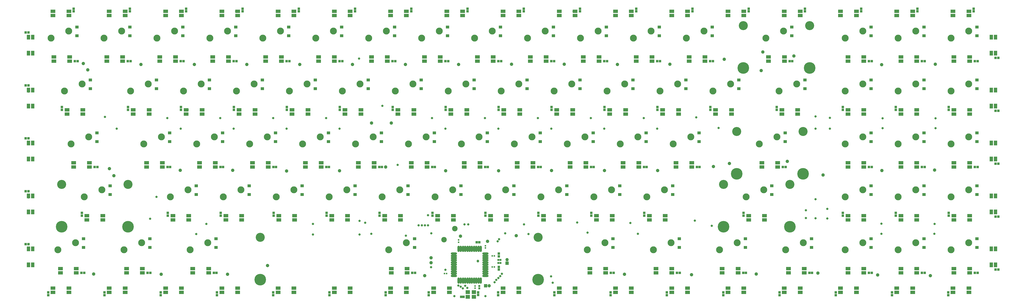
<source format=gbs>
G04*
G04 #@! TF.GenerationSoftware,Altium Limited,Altium Designer,20.1.14 (287)*
G04*
G04 Layer_Color=16711935*
%FSLAX25Y25*%
%MOIN*%
G70*
G04*
G04 #@! TF.SameCoordinates,522F5A3E-BD0F-4A6F-B551-BC927255FFFB*
G04*
G04*
G04 #@! TF.FilePolarity,Negative*
G04*
G01*
G75*
%ADD13C,0.12800*%
%ADD14C,0.16500*%
%ADD15C,0.07800*%
%ADD16C,0.04737*%
%ADD17R,0.04737X0.04737*%
%ADD18R,0.04737X0.04737*%
%ADD19C,0.04800*%
%ADD20C,0.03200*%
%ADD21C,0.03800*%
%ADD39R,0.02047X0.02047*%
%ADD40R,0.02047X0.02047*%
%ADD54R,0.06312X0.05524*%
%ADD55R,0.06706X0.04737*%
%ADD56R,0.03635X0.03792*%
%ADD57R,0.04737X0.06706*%
%ADD58R,0.03792X0.03635*%
%ADD59R,0.04540X0.04343*%
%ADD60O,0.03162X0.08871*%
%ADD61O,0.08871X0.03162*%
%ADD62R,0.02965X0.02965*%
%ADD63R,0.02572X0.02572*%
%ADD64R,0.03477X0.03320*%
%ADD65R,0.03320X0.03477*%
%ADD66C,0.09800*%
D13*
X342378Y88627D02*
D03*
X736128D02*
D03*
X61003Y163626D02*
D03*
X155003D02*
D03*
X998505Y163627D02*
D03*
X1092505D02*
D03*
X1017253Y238627D02*
D03*
X1111253D02*
D03*
X1026633Y388629D02*
D03*
X1120633D02*
D03*
D14*
X342378Y28627D02*
D03*
X736128D02*
D03*
X61003Y103626D02*
D03*
X155003D02*
D03*
X998505Y103627D02*
D03*
X1092505D02*
D03*
X1017253Y178627D02*
D03*
X1111253D02*
D03*
X1026633Y328628D02*
D03*
X1120633D02*
D03*
D15*
X618110Y101181D02*
D03*
X602756Y85433D02*
D03*
D16*
X692126Y56968D02*
D03*
X666535Y20079D02*
D03*
D17*
X692126Y51968D02*
D03*
D18*
X661535Y20079D02*
D03*
D19*
X575453Y34455D02*
D03*
X664373Y83003D02*
D03*
X1291778Y34304D02*
D03*
X1216866Y35398D02*
D03*
X1132420Y38118D02*
D03*
X1045024Y36656D02*
D03*
X953242Y35771D02*
D03*
X858304Y36271D02*
D03*
X296000Y36456D02*
D03*
X91568Y334944D02*
D03*
X173183Y333723D02*
D03*
X248835Y333626D02*
D03*
X323315Y333723D02*
D03*
X398185Y333675D02*
D03*
X473056Y333919D02*
D03*
X548073Y333870D02*
D03*
X623237Y333675D02*
D03*
X698156Y333968D02*
D03*
X773026Y333968D02*
D03*
X848385Y333821D02*
D03*
X922767Y334261D02*
D03*
X999787Y341147D02*
D03*
X1054242Y351599D02*
D03*
X1098197Y345884D02*
D03*
X1222493Y333333D02*
D03*
X1298584Y334114D02*
D03*
X1297591Y184163D02*
D03*
X1222987Y183604D02*
D03*
X1088943Y196564D02*
D03*
X984403Y188980D02*
D03*
X905340Y183356D02*
D03*
X830038Y183499D02*
D03*
X754915Y183284D02*
D03*
X680115Y183212D02*
D03*
X604885Y183248D02*
D03*
X519898Y188404D02*
D03*
X454635Y183041D02*
D03*
X379523Y182861D02*
D03*
X303448Y183642D02*
D03*
X228877Y183642D02*
D03*
X128762Y186026D02*
D03*
X106325Y36655D02*
D03*
X202031Y36568D02*
D03*
X1384027Y350892D02*
D03*
X1345236Y409027D02*
D03*
X1265549Y409058D02*
D03*
X1185861Y409027D02*
D03*
X1106174Y409058D02*
D03*
X1051968Y325197D02*
D03*
X1384027Y275892D02*
D03*
X1325984Y269291D02*
D03*
X1250787D02*
D03*
X1384058Y200892D02*
D03*
X1175984Y269291D02*
D03*
X1082283D02*
D03*
X1026486Y409058D02*
D03*
X946502D02*
D03*
X867111Y409027D02*
D03*
X787127Y409058D02*
D03*
X707736Y409027D02*
D03*
X988189Y269291D02*
D03*
X913386D02*
D03*
X1007087Y193307D02*
D03*
X838189Y269291D02*
D03*
X763386D02*
D03*
X688189D02*
D03*
X1384027Y125893D02*
D03*
X1325984Y119291D02*
D03*
X1250787D02*
D03*
X1384058Y50893D02*
D03*
X1139764Y177165D02*
D03*
X1175591Y119291D02*
D03*
X1324764Y10742D02*
D03*
X1035433Y119291D02*
D03*
X894488D02*
D03*
X819685D02*
D03*
X744488D02*
D03*
X669685D02*
D03*
X705118Y90945D02*
D03*
X628049Y409058D02*
D03*
X548361D02*
D03*
X613386Y269291D02*
D03*
X468674Y409027D02*
D03*
X388986D02*
D03*
X538189Y269291D02*
D03*
X527953Y250787D02*
D03*
X463386Y269291D02*
D03*
X388189D02*
D03*
X500000Y250787D02*
D03*
X309002Y409058D02*
D03*
X229611Y409027D02*
D03*
X149924Y409058D02*
D03*
X70236Y409027D02*
D03*
X13973Y371367D02*
D03*
X98032Y325984D02*
D03*
X313386Y269291D02*
D03*
X238583D02*
D03*
X163386D02*
D03*
X13942Y296065D02*
D03*
X69685Y269291D02*
D03*
X13973Y221362D02*
D03*
X594488Y119291D02*
D03*
X519685D02*
D03*
X444488D02*
D03*
X369685D02*
D03*
X294488D02*
D03*
X352756Y48819D02*
D03*
X135039Y175984D02*
D03*
X13942Y146065D02*
D03*
X219685Y119291D02*
D03*
X97638D02*
D03*
X13973Y71362D02*
D03*
X49764Y10742D02*
D03*
X625984Y90551D02*
D03*
X584252Y59842D02*
D03*
Y52756D02*
D03*
D20*
X617323Y5512D02*
D03*
X661417D02*
D03*
X195276Y146063D02*
D03*
X186221Y114961D02*
D03*
X1115354Y116142D02*
D03*
X579921Y120079D02*
D03*
X810236Y38583D02*
D03*
X579921Y105905D02*
D03*
X122441Y259449D02*
D03*
X138976Y242913D02*
D03*
X210630Y257874D02*
D03*
X229528Y242913D02*
D03*
X266142Y107874D02*
D03*
X304523Y242761D02*
D03*
X285625Y257722D02*
D03*
X379528Y242913D02*
D03*
X360630Y257874D02*
D03*
X454521Y242913D02*
D03*
X435623Y257874D02*
D03*
X604529Y242913D02*
D03*
X585631Y257874D02*
D03*
X679529Y242913D02*
D03*
X660631Y257874D02*
D03*
X754529Y242913D02*
D03*
X735631Y257874D02*
D03*
X829529Y242913D02*
D03*
X810631Y257874D02*
D03*
X904529Y242913D02*
D03*
X885631Y257874D02*
D03*
X499606Y93701D02*
D03*
X791339Y109843D02*
D03*
X866535Y109251D02*
D03*
X1145669Y115354D02*
D03*
X1223816Y243310D02*
D03*
X1298819Y243307D02*
D03*
X1222441Y93701D02*
D03*
X1297441D02*
D03*
X981890Y105118D02*
D03*
X957874Y112598D02*
D03*
X959842Y258661D02*
D03*
X991732Y243701D02*
D03*
X1129134Y115748D02*
D03*
Y142913D02*
D03*
Y242913D02*
D03*
X1145669Y129134D02*
D03*
X678740Y83071D02*
D03*
X680709Y86221D02*
D03*
X689370Y94488D02*
D03*
X637008Y107087D02*
D03*
X631496D02*
D03*
X877165Y93701D02*
D03*
X805906Y95276D02*
D03*
X756693Y24409D02*
D03*
X754331Y33465D02*
D03*
X537008Y191339D02*
D03*
X548807Y90945D02*
D03*
X584646Y94488D02*
D03*
X482283Y342126D02*
D03*
X566535Y105905D02*
D03*
X575591D02*
D03*
X571260D02*
D03*
X1115256Y127165D02*
D03*
X1149213Y242913D02*
D03*
Y258268D02*
D03*
X1224016Y257480D02*
D03*
X1222441Y108268D02*
D03*
X1297638Y107874D02*
D03*
X1298819Y257480D02*
D03*
X416929Y107874D02*
D03*
Y92913D02*
D03*
X483071D02*
D03*
Y112205D02*
D03*
X490945Y109449D02*
D03*
X722441Y93307D02*
D03*
X716142Y107087D02*
D03*
X251575Y93307D02*
D03*
X684646Y37008D02*
D03*
X682283Y33858D02*
D03*
X679528Y31102D02*
D03*
X676772Y28346D02*
D03*
X674409Y25197D02*
D03*
X635805Y17244D02*
D03*
X629472Y16402D02*
D03*
X626353Y18809D02*
D03*
X632676Y20079D02*
D03*
X622835Y20472D02*
D03*
X584252Y46457D02*
D03*
X604724Y42913D02*
D03*
X1129134Y260236D02*
D03*
X515354Y275197D02*
D03*
D21*
X650787Y55118D02*
D03*
D39*
X670866Y62598D02*
D03*
Y46850D02*
D03*
X606299Y37402D02*
D03*
X674016Y62598D02*
D03*
X603150Y37402D02*
D03*
X674016Y46850D02*
D03*
D40*
X661417Y73622D02*
D03*
X623228Y81890D02*
D03*
X646589Y19906D02*
D03*
X623228Y85039D02*
D03*
X646589Y16757D02*
D03*
X661417Y76772D02*
D03*
D54*
X644882Y11220D02*
D03*
Y4528D02*
D03*
X636221D02*
D03*
Y11220D02*
D03*
D55*
X947783Y16679D02*
D03*
X925342D02*
D03*
Y10773D02*
D03*
X947783D02*
D03*
X1027470Y16679D02*
D03*
X1005029D02*
D03*
Y10773D02*
D03*
X1027470D02*
D03*
X1107158Y16679D02*
D03*
X1084717D02*
D03*
Y10773D02*
D03*
X1107158D02*
D03*
X1186845Y16679D02*
D03*
X1164404D02*
D03*
Y10773D02*
D03*
X1186845D02*
D03*
X1266533Y16679D02*
D03*
X1244092D02*
D03*
Y10773D02*
D03*
X1266533D02*
D03*
X1346220Y16679D02*
D03*
X1323779D02*
D03*
Y10773D02*
D03*
X1346220D02*
D03*
X71220Y16679D02*
D03*
X48779D02*
D03*
Y10773D02*
D03*
X71220D02*
D03*
X150908Y16679D02*
D03*
X128467D02*
D03*
Y10773D02*
D03*
X150908D02*
D03*
X230595Y16679D02*
D03*
X208155D02*
D03*
Y10773D02*
D03*
X230595D02*
D03*
X310283Y16679D02*
D03*
X287842D02*
D03*
Y10773D02*
D03*
X310283D02*
D03*
X389970Y16679D02*
D03*
X367530D02*
D03*
Y10773D02*
D03*
X389970D02*
D03*
X469658Y16679D02*
D03*
X447217D02*
D03*
Y10773D02*
D03*
X469658D02*
D03*
X549345Y16679D02*
D03*
X526904D02*
D03*
Y10773D02*
D03*
X549345D02*
D03*
X610433Y16679D02*
D03*
X587992D02*
D03*
Y10773D02*
D03*
X610433D02*
D03*
X708720Y16679D02*
D03*
X686279D02*
D03*
Y10773D02*
D03*
X708720D02*
D03*
X788408Y16679D02*
D03*
X765967D02*
D03*
Y10773D02*
D03*
X788408D02*
D03*
X868095Y16679D02*
D03*
X845654D02*
D03*
Y10773D02*
D03*
X868095D02*
D03*
X447217Y403121D02*
D03*
X469658D02*
D03*
Y409027D02*
D03*
X447217D02*
D03*
X367530Y403121D02*
D03*
X389970D02*
D03*
Y409027D02*
D03*
X367530D02*
D03*
X287842Y403121D02*
D03*
X310283D02*
D03*
Y409027D02*
D03*
X287842D02*
D03*
X208155Y403121D02*
D03*
X230595D02*
D03*
Y409027D02*
D03*
X208155D02*
D03*
X128467Y403121D02*
D03*
X150908D02*
D03*
Y409027D02*
D03*
X128467D02*
D03*
X48779Y403121D02*
D03*
X71220D02*
D03*
Y409027D02*
D03*
X48779D02*
D03*
X1323779Y403121D02*
D03*
X1346220D02*
D03*
Y409027D02*
D03*
X1323779D02*
D03*
X1244092Y403121D02*
D03*
X1266533D02*
D03*
Y409027D02*
D03*
X1244092D02*
D03*
X1164404Y403121D02*
D03*
X1186845D02*
D03*
Y409027D02*
D03*
X1164404D02*
D03*
X1084717Y403121D02*
D03*
X1107158D02*
D03*
Y409027D02*
D03*
X1084717D02*
D03*
X1005029Y403121D02*
D03*
X1027470D02*
D03*
Y409027D02*
D03*
X1005029D02*
D03*
X925342Y403121D02*
D03*
X947783D02*
D03*
Y409027D02*
D03*
X925342D02*
D03*
X845654Y403121D02*
D03*
X868095D02*
D03*
Y409027D02*
D03*
X845654D02*
D03*
X765967Y403121D02*
D03*
X788408D02*
D03*
Y409027D02*
D03*
X765967D02*
D03*
X686279Y403121D02*
D03*
X708720D02*
D03*
Y409027D02*
D03*
X686279D02*
D03*
X606592Y403121D02*
D03*
X629033D02*
D03*
Y409027D02*
D03*
X606592D02*
D03*
X526904Y403121D02*
D03*
X549345D02*
D03*
Y409027D02*
D03*
X526904D02*
D03*
X147352Y344396D02*
D03*
Y338491D02*
D03*
X124911D02*
D03*
Y344396D02*
D03*
X199911D02*
D03*
Y338491D02*
D03*
X222352D02*
D03*
Y344396D02*
D03*
X297352D02*
D03*
Y338491D02*
D03*
X274911D02*
D03*
Y344396D02*
D03*
X349911D02*
D03*
Y338491D02*
D03*
X372352D02*
D03*
Y344396D02*
D03*
X447345D02*
D03*
Y338491D02*
D03*
X424904D02*
D03*
Y344396D02*
D03*
X499908Y344400D02*
D03*
Y338495D02*
D03*
X522349D02*
D03*
Y344400D02*
D03*
X672353Y344396D02*
D03*
Y338491D02*
D03*
X649912D02*
D03*
Y344396D02*
D03*
X724912D02*
D03*
Y338491D02*
D03*
X747353D02*
D03*
Y344396D02*
D03*
X822353D02*
D03*
Y338491D02*
D03*
X799912D02*
D03*
Y344396D02*
D03*
X874912D02*
D03*
Y338491D02*
D03*
X897353D02*
D03*
Y344396D02*
D03*
X972353D02*
D03*
Y338491D02*
D03*
X949912D02*
D03*
Y344396D02*
D03*
X1062412D02*
D03*
Y338491D02*
D03*
X1084853D02*
D03*
Y344396D02*
D03*
X1197353D02*
D03*
Y338491D02*
D03*
X1174912D02*
D03*
Y344396D02*
D03*
X1249909Y344399D02*
D03*
Y338493D02*
D03*
X1272350D02*
D03*
Y344399D02*
D03*
X1347353Y344396D02*
D03*
Y338491D02*
D03*
X1324912D02*
D03*
Y344396D02*
D03*
X78033Y194393D02*
D03*
Y188488D02*
D03*
X100474D02*
D03*
Y194393D02*
D03*
X203599Y194394D02*
D03*
Y188488D02*
D03*
X181158D02*
D03*
Y194394D02*
D03*
X256158D02*
D03*
Y188488D02*
D03*
X278599D02*
D03*
Y194394D02*
D03*
X353599D02*
D03*
Y188488D02*
D03*
X331158D02*
D03*
Y194394D02*
D03*
X406159Y194394D02*
D03*
Y188488D02*
D03*
X428600D02*
D03*
Y194394D02*
D03*
X503599Y194394D02*
D03*
Y188489D02*
D03*
X481158D02*
D03*
Y194394D02*
D03*
X556158D02*
D03*
Y188489D02*
D03*
X578599D02*
D03*
Y194394D02*
D03*
X653599D02*
D03*
Y188489D02*
D03*
X631158D02*
D03*
Y194394D02*
D03*
X706158D02*
D03*
Y188489D02*
D03*
X728599D02*
D03*
Y194394D02*
D03*
X803599D02*
D03*
Y188489D02*
D03*
X781158D02*
D03*
Y194394D02*
D03*
X856158D02*
D03*
Y188489D02*
D03*
X878599D02*
D03*
Y194394D02*
D03*
X953599D02*
D03*
Y188489D02*
D03*
X931158D02*
D03*
Y194394D02*
D03*
X1053032D02*
D03*
Y188489D02*
D03*
X1075473D02*
D03*
Y194394D02*
D03*
X1112973Y44395D02*
D03*
Y38489D02*
D03*
X1090532D02*
D03*
Y44395D02*
D03*
X1174912Y194396D02*
D03*
Y188491D02*
D03*
X1197353D02*
D03*
Y194396D02*
D03*
X1272353D02*
D03*
Y188491D02*
D03*
X1249912D02*
D03*
Y194396D02*
D03*
X1324912Y194396D02*
D03*
Y188491D02*
D03*
X1347353D02*
D03*
Y194396D02*
D03*
X81724Y44394D02*
D03*
Y38488D02*
D03*
X59283D02*
D03*
Y44394D02*
D03*
X153033Y44394D02*
D03*
Y38489D02*
D03*
X175474D02*
D03*
Y44394D02*
D03*
X269224Y44394D02*
D03*
Y38489D02*
D03*
X246783D02*
D03*
Y44394D02*
D03*
X528032Y44395D02*
D03*
Y38489D02*
D03*
X550473D02*
D03*
Y44395D02*
D03*
X831725D02*
D03*
Y38489D02*
D03*
X809284D02*
D03*
Y44395D02*
D03*
X903032D02*
D03*
Y38489D02*
D03*
X925473D02*
D03*
Y44395D02*
D03*
X1019225D02*
D03*
Y38489D02*
D03*
X996784D02*
D03*
Y44395D02*
D03*
X1174912Y44397D02*
D03*
Y38491D02*
D03*
X1197353D02*
D03*
Y44397D02*
D03*
X1347353Y44397D02*
D03*
Y38491D02*
D03*
X1324912D02*
D03*
Y44397D02*
D03*
X49908Y344399D02*
D03*
Y338493D02*
D03*
X72349D02*
D03*
Y344399D02*
D03*
X1272353Y44397D02*
D03*
Y38491D02*
D03*
X1249912D02*
D03*
Y44397D02*
D03*
X574912Y344396D02*
D03*
Y338491D02*
D03*
X597353D02*
D03*
Y344396D02*
D03*
X184852Y269396D02*
D03*
Y263491D02*
D03*
X162411D02*
D03*
Y269396D02*
D03*
X259852D02*
D03*
Y263491D02*
D03*
X237411D02*
D03*
Y269396D02*
D03*
X334852D02*
D03*
Y263491D02*
D03*
X312411D02*
D03*
Y269396D02*
D03*
X409853Y269397D02*
D03*
Y263491D02*
D03*
X387411D02*
D03*
Y269397D02*
D03*
X484853Y269396D02*
D03*
Y263491D02*
D03*
X462412D02*
D03*
Y269396D02*
D03*
X634853D02*
D03*
Y263491D02*
D03*
X612412D02*
D03*
Y269396D02*
D03*
X709853D02*
D03*
Y263491D02*
D03*
X687412D02*
D03*
Y269396D02*
D03*
X784853D02*
D03*
Y263491D02*
D03*
X762412D02*
D03*
Y269396D02*
D03*
X859853D02*
D03*
Y263491D02*
D03*
X837412D02*
D03*
Y269396D02*
D03*
X934853D02*
D03*
Y263491D02*
D03*
X912412D02*
D03*
Y269396D02*
D03*
X1009853D02*
D03*
Y263491D02*
D03*
X987412D02*
D03*
Y269396D02*
D03*
X1103599Y269394D02*
D03*
Y263489D02*
D03*
X1081158D02*
D03*
Y269394D02*
D03*
X1197353Y269396D02*
D03*
Y263491D02*
D03*
X1174912D02*
D03*
Y269396D02*
D03*
X1272353D02*
D03*
Y263491D02*
D03*
X1249912D02*
D03*
Y269396D02*
D03*
X1347353Y269396D02*
D03*
Y263491D02*
D03*
X1324912D02*
D03*
Y269396D02*
D03*
X119224Y119394D02*
D03*
Y113488D02*
D03*
X96783D02*
D03*
Y119394D02*
D03*
X241099Y119394D02*
D03*
Y113488D02*
D03*
X218658D02*
D03*
Y119394D02*
D03*
X316099D02*
D03*
Y113488D02*
D03*
X293658D02*
D03*
Y119394D02*
D03*
X391100Y119394D02*
D03*
Y113489D02*
D03*
X368659D02*
D03*
Y119394D02*
D03*
X466099Y119395D02*
D03*
Y113489D02*
D03*
X443658D02*
D03*
Y119395D02*
D03*
X541099D02*
D03*
Y113489D02*
D03*
X518658D02*
D03*
Y119395D02*
D03*
X616099D02*
D03*
Y113489D02*
D03*
X593658D02*
D03*
Y119395D02*
D03*
X691099D02*
D03*
Y113489D02*
D03*
X668658D02*
D03*
Y119395D02*
D03*
X766099D02*
D03*
Y113489D02*
D03*
X743658D02*
D03*
Y119395D02*
D03*
X841099D02*
D03*
Y113489D02*
D03*
X818658D02*
D03*
Y119395D02*
D03*
X916099D02*
D03*
Y113489D02*
D03*
X893658D02*
D03*
Y119395D02*
D03*
X1056725D02*
D03*
Y113489D02*
D03*
X1034284D02*
D03*
Y119395D02*
D03*
X1197353Y119397D02*
D03*
Y113491D02*
D03*
X1174912D02*
D03*
Y119397D02*
D03*
X1272353D02*
D03*
Y113491D02*
D03*
X1249912D02*
D03*
Y119397D02*
D03*
X1347353Y119397D02*
D03*
Y113491D02*
D03*
X1324912D02*
D03*
Y119397D02*
D03*
X91099Y269393D02*
D03*
Y263488D02*
D03*
X68658D02*
D03*
Y269393D02*
D03*
X559853Y269396D02*
D03*
Y263491D02*
D03*
X537412D02*
D03*
Y269396D02*
D03*
D56*
X918462Y10746D02*
D03*
Y6887D02*
D03*
X998149Y10746D02*
D03*
Y6887D02*
D03*
X1077837Y10746D02*
D03*
Y6887D02*
D03*
X1157524Y10746D02*
D03*
Y6887D02*
D03*
X1237212Y10746D02*
D03*
Y6887D02*
D03*
X1316899Y10746D02*
D03*
Y6887D02*
D03*
X41899Y10746D02*
D03*
Y6887D02*
D03*
X121587Y10746D02*
D03*
Y6887D02*
D03*
X201274Y10746D02*
D03*
Y6887D02*
D03*
X280962Y10746D02*
D03*
Y6887D02*
D03*
X360649Y10746D02*
D03*
Y6887D02*
D03*
X440337Y10746D02*
D03*
Y6887D02*
D03*
X520024Y10746D02*
D03*
Y6887D02*
D03*
X581112Y10746D02*
D03*
Y6887D02*
D03*
X679399Y10746D02*
D03*
Y6887D02*
D03*
X759087Y10746D02*
D03*
Y6887D02*
D03*
X838774Y10746D02*
D03*
Y6887D02*
D03*
X476538Y409054D02*
D03*
Y412913D02*
D03*
X396850Y409054D02*
D03*
Y412913D02*
D03*
X317163Y409054D02*
D03*
Y412913D02*
D03*
X237475Y409054D02*
D03*
Y412913D02*
D03*
X157788Y409054D02*
D03*
Y412913D02*
D03*
X78101Y409054D02*
D03*
Y412913D02*
D03*
X1353100Y409054D02*
D03*
Y412913D02*
D03*
X1273413Y409054D02*
D03*
Y412913D02*
D03*
X1193725Y409054D02*
D03*
Y412913D02*
D03*
X1114038Y409054D02*
D03*
Y412913D02*
D03*
X1034350Y409054D02*
D03*
Y412913D02*
D03*
X954663Y409054D02*
D03*
Y412913D02*
D03*
X874975Y409054D02*
D03*
Y412913D02*
D03*
X795288Y409054D02*
D03*
Y412913D02*
D03*
X715600Y409054D02*
D03*
Y412913D02*
D03*
X635913Y409054D02*
D03*
Y412913D02*
D03*
X556225Y409054D02*
D03*
Y412913D02*
D03*
X155131Y269484D02*
D03*
Y273342D02*
D03*
X230131Y269484D02*
D03*
Y273342D02*
D03*
X305131Y269484D02*
D03*
Y273342D02*
D03*
X380132Y269485D02*
D03*
Y273343D02*
D03*
X455132Y269484D02*
D03*
Y273342D02*
D03*
X605132Y269484D02*
D03*
Y273342D02*
D03*
X680132Y269484D02*
D03*
Y273342D02*
D03*
X755132Y269484D02*
D03*
Y273342D02*
D03*
X830132Y269484D02*
D03*
Y273342D02*
D03*
X905132Y269484D02*
D03*
Y273342D02*
D03*
X980132Y269484D02*
D03*
Y273342D02*
D03*
X1073878Y269482D02*
D03*
Y273341D02*
D03*
X1167632Y269484D02*
D03*
Y273342D02*
D03*
X1242632Y269484D02*
D03*
Y273342D02*
D03*
X1317632Y269484D02*
D03*
Y273342D02*
D03*
X89503Y119481D02*
D03*
Y123340D02*
D03*
X211379Y119482D02*
D03*
Y123340D02*
D03*
X286379Y119482D02*
D03*
Y123340D02*
D03*
X361379Y119482D02*
D03*
Y123340D02*
D03*
X436378Y119483D02*
D03*
Y123341D02*
D03*
X511378Y119483D02*
D03*
Y123341D02*
D03*
X586378Y119483D02*
D03*
Y123341D02*
D03*
X661378Y119483D02*
D03*
Y123341D02*
D03*
X736378Y119483D02*
D03*
Y123341D02*
D03*
X811378Y119483D02*
D03*
Y123341D02*
D03*
X886378Y119483D02*
D03*
Y123341D02*
D03*
X1027005Y119483D02*
D03*
Y123341D02*
D03*
X1167632Y119484D02*
D03*
Y123343D02*
D03*
X1242632Y119484D02*
D03*
Y123343D02*
D03*
X1317632Y119485D02*
D03*
Y123343D02*
D03*
X61378Y269481D02*
D03*
Y273340D02*
D03*
X530132Y269484D02*
D03*
Y273342D02*
D03*
X680315Y43071D02*
D03*
Y46850D02*
D03*
Y61890D02*
D03*
Y65669D02*
D03*
D57*
X1378121Y72350D02*
D03*
Y49909D02*
D03*
X1384027D02*
D03*
Y72350D02*
D03*
X1378121Y147349D02*
D03*
Y124908D02*
D03*
X1384027D02*
D03*
Y147349D02*
D03*
X1378121Y222349D02*
D03*
Y199908D02*
D03*
X1384027D02*
D03*
Y222349D02*
D03*
X1378121Y297349D02*
D03*
Y274908D02*
D03*
X1384027D02*
D03*
Y297349D02*
D03*
X19879Y349910D02*
D03*
Y372352D02*
D03*
X13973D02*
D03*
Y349910D02*
D03*
X19879Y274905D02*
D03*
Y297346D02*
D03*
X13973D02*
D03*
Y274905D02*
D03*
X19879Y199905D02*
D03*
Y222346D02*
D03*
X13973D02*
D03*
Y199905D02*
D03*
X19879Y124905D02*
D03*
Y147346D02*
D03*
X13973D02*
D03*
Y124905D02*
D03*
X19879Y49905D02*
D03*
Y72346D02*
D03*
X13973D02*
D03*
Y49905D02*
D03*
X1378121Y372349D02*
D03*
Y349908D02*
D03*
X1384027D02*
D03*
Y372349D02*
D03*
D58*
X1384054Y43029D02*
D03*
X1387912D02*
D03*
X1384054Y118028D02*
D03*
X1387912D02*
D03*
X1384054Y193028D02*
D03*
X1387912D02*
D03*
X1384054Y268028D02*
D03*
X1387912D02*
D03*
X13946Y379232D02*
D03*
X10087D02*
D03*
X13946Y304226D02*
D03*
X10087D02*
D03*
X13946Y229226D02*
D03*
X10087D02*
D03*
X13946Y154226D02*
D03*
X10087D02*
D03*
X13946Y79226D02*
D03*
X10087D02*
D03*
X1384054Y343028D02*
D03*
X1387912D02*
D03*
X154669Y338491D02*
D03*
X158527D02*
D03*
X233527D02*
D03*
X229669D02*
D03*
X304669D02*
D03*
X308527D02*
D03*
X383527D02*
D03*
X379669D02*
D03*
X454662D02*
D03*
X458520D02*
D03*
X533524Y338495D02*
D03*
X529666D02*
D03*
X679670Y338491D02*
D03*
X683528D02*
D03*
X758528D02*
D03*
X754670D02*
D03*
X829670D02*
D03*
X833528D02*
D03*
X908528D02*
D03*
X904670D02*
D03*
X979670D02*
D03*
X983528D02*
D03*
X1096028D02*
D03*
X1092170D02*
D03*
X1204670D02*
D03*
X1208528D02*
D03*
X1283525Y338493D02*
D03*
X1279667D02*
D03*
X1354670Y338491D02*
D03*
X1358528D02*
D03*
X111649Y188488D02*
D03*
X107791D02*
D03*
X210916Y188488D02*
D03*
X214774D02*
D03*
X289774D02*
D03*
X285916D02*
D03*
X360916D02*
D03*
X364774D02*
D03*
X439775Y188488D02*
D03*
X435916D02*
D03*
X510916Y188489D02*
D03*
X514774D02*
D03*
X589774D02*
D03*
X585916D02*
D03*
X660916D02*
D03*
X664774D02*
D03*
X739774D02*
D03*
X735916D02*
D03*
X810916D02*
D03*
X814774D02*
D03*
X889774D02*
D03*
X885916D02*
D03*
X960916D02*
D03*
X964774D02*
D03*
X1086648D02*
D03*
X1082790D02*
D03*
X1120290Y38489D02*
D03*
X1124148D02*
D03*
X1208528Y188491D02*
D03*
X1204670D02*
D03*
X1279670D02*
D03*
X1283528D02*
D03*
X1358528Y188491D02*
D03*
X1354670D02*
D03*
X89041Y38488D02*
D03*
X92899D02*
D03*
X186649Y38489D02*
D03*
X182791D02*
D03*
X276541Y38489D02*
D03*
X280399D02*
D03*
X561648Y38489D02*
D03*
X557790D02*
D03*
X839042D02*
D03*
X842900D02*
D03*
X936648D02*
D03*
X932790D02*
D03*
X1026542D02*
D03*
X1030400D02*
D03*
X1208528Y38491D02*
D03*
X1204670D02*
D03*
X1354670Y38491D02*
D03*
X1358528D02*
D03*
X83524Y338493D02*
D03*
X79666D02*
D03*
X1279670Y38491D02*
D03*
X1283528D02*
D03*
X608528Y338491D02*
D03*
X604670D02*
D03*
X648858Y81890D02*
D03*
X652716D02*
D03*
D59*
X157739Y386853D02*
D03*
X157739Y374452D02*
D03*
X232739D02*
D03*
X232739Y386853D02*
D03*
X307739D02*
D03*
X307739Y374452D02*
D03*
X382739D02*
D03*
X382739Y386853D02*
D03*
X457732D02*
D03*
X457732Y374452D02*
D03*
X532736Y374455D02*
D03*
X532736Y386857D02*
D03*
X682740Y386853D02*
D03*
X682740Y374452D02*
D03*
X757740D02*
D03*
X757740Y386853D02*
D03*
X832740D02*
D03*
X832740Y374452D02*
D03*
X907740D02*
D03*
X907740Y386853D02*
D03*
X982740D02*
D03*
X982740Y374452D02*
D03*
X1095240D02*
D03*
X1095240Y386853D02*
D03*
X1207740D02*
D03*
X1207740Y374452D02*
D03*
X1282737Y374454D02*
D03*
X1282737Y386856D02*
D03*
X1357740Y386853D02*
D03*
X1357740Y374452D02*
D03*
X110861Y224448D02*
D03*
X110861Y236850D02*
D03*
X213986Y236850D02*
D03*
X213986Y224449D02*
D03*
X288986D02*
D03*
X288986Y236850D02*
D03*
X363986D02*
D03*
X363986Y224449D02*
D03*
X438986Y224449D02*
D03*
X438986Y236851D02*
D03*
X513986Y236851D02*
D03*
X513986Y224450D02*
D03*
X588986D02*
D03*
X588986Y236851D02*
D03*
X663986D02*
D03*
X663986Y224450D02*
D03*
X738986D02*
D03*
X738986Y236851D02*
D03*
X813986D02*
D03*
X813986Y224450D02*
D03*
X888986D02*
D03*
X888986Y236851D02*
D03*
X963986D02*
D03*
X963986Y224450D02*
D03*
X1085860D02*
D03*
X1085860Y236851D02*
D03*
X1123360Y86852D02*
D03*
X1123360Y74450D02*
D03*
X1207740Y224452D02*
D03*
X1207740Y236853D02*
D03*
X1282740D02*
D03*
X1282740Y224452D02*
D03*
X1357740Y224452D02*
D03*
X1357740Y236853D02*
D03*
X92111Y86851D02*
D03*
X92111Y74449D02*
D03*
X185861Y74449D02*
D03*
X185861Y86851D02*
D03*
X279611Y86851D02*
D03*
X279611Y74449D02*
D03*
X560860Y74450D02*
D03*
X560860Y86852D02*
D03*
X842112D02*
D03*
X842112Y74450D02*
D03*
X935860D02*
D03*
X935860Y86852D02*
D03*
X1029612D02*
D03*
X1029612Y74450D02*
D03*
X1207740Y74452D02*
D03*
X1207740Y86854D02*
D03*
X1357740Y86854D02*
D03*
X1357740Y74452D02*
D03*
X82736Y374454D02*
D03*
X82736Y386856D02*
D03*
X1282740Y86854D02*
D03*
X1282740Y74452D02*
D03*
X607740Y374452D02*
D03*
X607740Y386853D02*
D03*
X195239Y311853D02*
D03*
X195239Y299452D02*
D03*
X270239Y311853D02*
D03*
X270239Y299452D02*
D03*
X345239Y311853D02*
D03*
X345239Y299452D02*
D03*
X420239Y311854D02*
D03*
X420239Y299452D02*
D03*
X495240Y311853D02*
D03*
X495240Y299452D02*
D03*
X645240Y311853D02*
D03*
X645240Y299452D02*
D03*
X720240Y311853D02*
D03*
X720240Y299452D02*
D03*
X795240Y311853D02*
D03*
X795240Y299452D02*
D03*
X870240Y311853D02*
D03*
X870240Y299452D02*
D03*
X945240Y311853D02*
D03*
X945240Y299452D02*
D03*
X1020240Y311853D02*
D03*
X1020240Y299452D02*
D03*
X1113986Y311851D02*
D03*
X1113986Y299450D02*
D03*
X1207740Y311853D02*
D03*
X1207740Y299452D02*
D03*
X1282740Y311853D02*
D03*
X1282740Y299452D02*
D03*
X1357740Y311853D02*
D03*
X1357740Y299452D02*
D03*
X129611Y161850D02*
D03*
X129611Y149449D02*
D03*
X251486Y161851D02*
D03*
X251486Y149449D02*
D03*
X326486Y161851D02*
D03*
X326486Y149449D02*
D03*
X401486Y161851D02*
D03*
X401486Y149450D02*
D03*
X476486Y161852D02*
D03*
X476486Y149450D02*
D03*
X551486Y161852D02*
D03*
X551486Y149450D02*
D03*
X626486Y161852D02*
D03*
X626486Y149450D02*
D03*
X701486Y161852D02*
D03*
X701486Y149450D02*
D03*
X776486Y161852D02*
D03*
X776486Y149450D02*
D03*
X851486Y161852D02*
D03*
X851486Y149450D02*
D03*
X926486Y161852D02*
D03*
X926486Y149450D02*
D03*
X1067112Y161852D02*
D03*
X1067112Y149450D02*
D03*
X1207740Y161854D02*
D03*
X1207740Y149452D02*
D03*
X1282740Y161854D02*
D03*
X1282740Y149452D02*
D03*
X1357740Y161854D02*
D03*
X1357740Y149452D02*
D03*
X101486Y311850D02*
D03*
X101486Y299449D02*
D03*
X570240Y311853D02*
D03*
X570240Y299452D02*
D03*
D60*
X654724Y72441D02*
D03*
X623228D02*
D03*
X648425Y27559D02*
D03*
X623228D02*
D03*
X635827D02*
D03*
X632677D02*
D03*
X629528D02*
D03*
X626378D02*
D03*
X629528Y72441D02*
D03*
X626378D02*
D03*
X635827D02*
D03*
X632677D02*
D03*
X638976Y27559D02*
D03*
X645276D02*
D03*
X642126D02*
D03*
X651575D02*
D03*
X654724D02*
D03*
X638976Y72441D02*
D03*
X642126D02*
D03*
X648425D02*
D03*
X645276D02*
D03*
X651575D02*
D03*
D61*
X661417Y62598D02*
D03*
Y50000D02*
D03*
Y46850D02*
D03*
X616535Y37402D02*
D03*
Y34252D02*
D03*
Y40551D02*
D03*
Y50000D02*
D03*
Y53150D02*
D03*
Y43701D02*
D03*
Y46850D02*
D03*
Y62598D02*
D03*
Y65748D02*
D03*
Y56299D02*
D03*
Y59449D02*
D03*
X661417Y34252D02*
D03*
Y37402D02*
D03*
Y40551D02*
D03*
Y43701D02*
D03*
Y56299D02*
D03*
Y59449D02*
D03*
Y53150D02*
D03*
Y65748D02*
D03*
D62*
X652756Y16339D02*
D03*
Y19882D02*
D03*
D63*
X679528Y52362D02*
D03*
X682677D02*
D03*
X679528Y56693D02*
D03*
X682677D02*
D03*
D64*
X627008Y4331D02*
D03*
X630472D02*
D03*
D65*
X650925Y7155D02*
D03*
Y10620D02*
D03*
D66*
X121131Y371129D02*
D03*
X146131Y381129D02*
D03*
X221131D02*
D03*
X196131Y371129D02*
D03*
X271131D02*
D03*
X296131Y381129D02*
D03*
X371131D02*
D03*
X346131Y371129D02*
D03*
X421125D02*
D03*
X446125Y381129D02*
D03*
X521129Y381132D02*
D03*
X496129Y371132D02*
D03*
X646133Y371129D02*
D03*
X671133Y381129D02*
D03*
X746133D02*
D03*
X721133Y371129D02*
D03*
X796133D02*
D03*
X821133Y381129D02*
D03*
X896133D02*
D03*
X871133Y371129D02*
D03*
X946133D02*
D03*
X971133Y381129D02*
D03*
X1083633D02*
D03*
X1058633Y371129D02*
D03*
X1171133D02*
D03*
X1196133Y381129D02*
D03*
X1271130Y381131D02*
D03*
X1246130Y371131D02*
D03*
X1321133Y371129D02*
D03*
X1346133Y381129D02*
D03*
X99253Y231125D02*
D03*
X74253Y221125D02*
D03*
X177379Y221126D02*
D03*
X202379Y231126D02*
D03*
X277379D02*
D03*
X252379Y221126D02*
D03*
X327379D02*
D03*
X352379Y231126D02*
D03*
X427379Y231126D02*
D03*
X402379Y221126D02*
D03*
X477379Y221127D02*
D03*
X502379Y231126D02*
D03*
X577379D02*
D03*
X552379Y221127D02*
D03*
X627379D02*
D03*
X652379Y231126D02*
D03*
X727379D02*
D03*
X702379Y221127D02*
D03*
X777379D02*
D03*
X802379Y231126D02*
D03*
X877379D02*
D03*
X852379Y221127D02*
D03*
X927379D02*
D03*
X952379Y231126D02*
D03*
X1074253D02*
D03*
X1049253Y221127D02*
D03*
X1086753Y71127D02*
D03*
X1111753Y81127D02*
D03*
X1196133Y231129D02*
D03*
X1171133Y221129D02*
D03*
X1246133D02*
D03*
X1271133Y231129D02*
D03*
X1346133Y231129D02*
D03*
X1321133Y221129D02*
D03*
X55503Y71126D02*
D03*
X80503Y81126D02*
D03*
X174254Y81126D02*
D03*
X149254Y71126D02*
D03*
X243004Y71126D02*
D03*
X268004Y81126D02*
D03*
X549253Y81127D02*
D03*
X524253Y71127D02*
D03*
X805505D02*
D03*
X830505Y81127D02*
D03*
X924253D02*
D03*
X899253Y71127D02*
D03*
X993005D02*
D03*
X1018005Y81127D02*
D03*
X1196133Y81129D02*
D03*
X1171133Y71129D02*
D03*
X1321133Y71129D02*
D03*
X1346133Y81129D02*
D03*
X71128Y381131D02*
D03*
X46128Y371131D02*
D03*
X1246133Y71129D02*
D03*
X1271133Y81129D02*
D03*
X596133Y381129D02*
D03*
X571133Y371129D02*
D03*
X158631Y296129D02*
D03*
X183631Y306129D02*
D03*
X233631Y296129D02*
D03*
X258631Y306129D02*
D03*
X308631Y296129D02*
D03*
X333631Y306129D02*
D03*
X383632Y296129D02*
D03*
X408632Y306129D02*
D03*
X458633Y296129D02*
D03*
X483633Y306129D02*
D03*
X608633Y296129D02*
D03*
X633633Y306129D02*
D03*
X683633Y296129D02*
D03*
X708633Y306129D02*
D03*
X758633Y296129D02*
D03*
X783633Y306129D02*
D03*
X833633Y296129D02*
D03*
X858633Y306129D02*
D03*
X908633Y296129D02*
D03*
X933633Y306129D02*
D03*
X983633Y296129D02*
D03*
X1008633Y306129D02*
D03*
X1077379Y296127D02*
D03*
X1102379Y306126D02*
D03*
X1171133Y296129D02*
D03*
X1196133Y306129D02*
D03*
X1246133Y296129D02*
D03*
X1271133Y306129D02*
D03*
X1321133Y296129D02*
D03*
X1346133Y306129D02*
D03*
X93003Y146126D02*
D03*
X118003Y156126D02*
D03*
X214879Y146126D02*
D03*
X239879Y156126D02*
D03*
X289879Y146126D02*
D03*
X314879Y156126D02*
D03*
X364879Y146126D02*
D03*
X389879Y156126D02*
D03*
X439879Y146127D02*
D03*
X464879Y156127D02*
D03*
X514879Y146127D02*
D03*
X539879Y156127D02*
D03*
X589879Y146127D02*
D03*
X614879Y156127D02*
D03*
X664879Y146127D02*
D03*
X689879Y156127D02*
D03*
X739879Y146127D02*
D03*
X764879Y156127D02*
D03*
X814879Y146127D02*
D03*
X839879Y156127D02*
D03*
X889879Y146127D02*
D03*
X914879Y156127D02*
D03*
X1030505Y146127D02*
D03*
X1055505Y156127D02*
D03*
X1171133Y146129D02*
D03*
X1196133Y156129D02*
D03*
X1246133Y146129D02*
D03*
X1271133Y156129D02*
D03*
X1321133Y146129D02*
D03*
X1346133Y156129D02*
D03*
X64878Y296126D02*
D03*
X89878Y306126D02*
D03*
X533633Y296129D02*
D03*
X558633Y306129D02*
D03*
M02*

</source>
